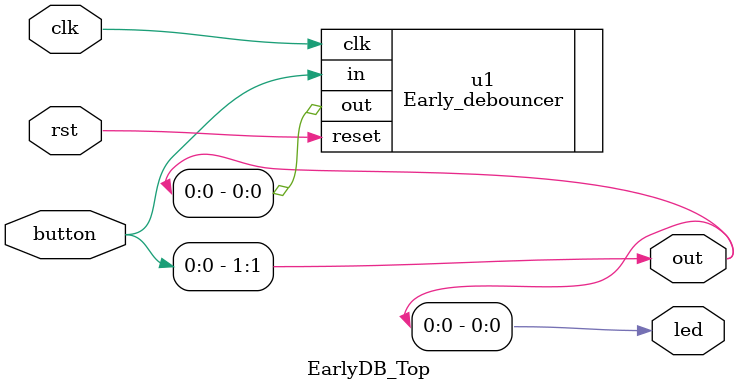
<source format=sv>
`timescale 1ns / 1ps

module EarlyDB_Top
    (
        input logic button, rst, clk,
        output logic led,
        output logic [1:0] out
    );
    
    Early_debouncer u1(.reset(rst),.clk(clk),.in(button),.out(out[0]));
    
    assign led = out[0];
    assign out[1] = button;
endmodule

</source>
